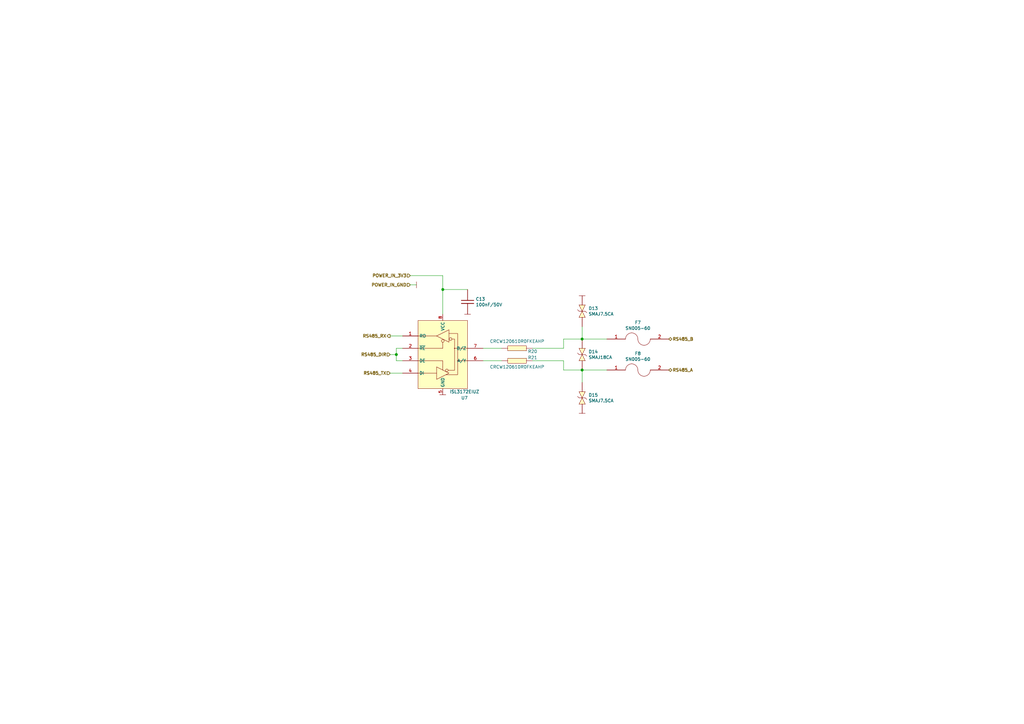
<source format=kicad_sch>
(kicad_sch (version 20210406) (generator eeschema)
  (paper "A3")
  (title_block (title "RS485 Module") (date "2021-04-12") (rev "V1.0") (company "Embedded System Labs"))
  (lib_symbols
    (symbol "Capacitors_Smd0603:100n" (pin_numbers hide) (pin_names (offset 0.254))
      (property "Reference" "C" (at 1.27 2.54 0))
      (property "Value" "100n" (at 1.27 -2.54 0))
      (symbol "100n_0_1"
        (polyline (pts (xy 2.54 -0.635) (xy -2.54 -0.635) (xy -2.54 -0.635)) (stroke (width 0.3048)))
        (polyline (pts (xy 2.54 0.635) (xy -2.54 0.635) (xy -2.54 0.635)) (stroke (width 0.3048)))
      )
      (symbol "100n_1_1"
        (pin passive line (at 0 5.08 270) (length 4.4704) (name "~") (number "1"))
        (pin passive line (at 0 -5.08 90) (length 4.4704) (name "~") (number "2"))
      )
    )
    (symbol "Communication_Interfaces:ISL3172EIUZ"
      (property "Reference" "U" (at 8.89 -17.78 0))
      (property "Value" "ISL3172EIUZ" (at 7.62 -15.24 0))
      (symbol "ISL3172EIUZ_0_0"
        (polyline (pts (xy -10.16 7.62) (xy -8.89 7.62)))
        (polyline (pts (xy -8.89 -7.62) (xy -10.16 -7.62)))
        (polyline (pts (xy -8.89 -2.54) (xy -10.16 -2.54)))
        (polyline (pts (xy -8.89 2.54) (xy -10.16 2.54)))
        (polyline (pts (xy 10.16 -2.54) (xy 8.89 -2.54)))
        (polyline (pts (xy 10.16 2.54) (xy 8.89 2.54)))
      )
      (symbol "ISL3172EIUZ_0_1"
        (polyline (pts (xy -7.62 -7.62) (xy -2.54 -7.62)))
        (polyline (pts (xy 0 -5.08) (xy 0 -6.35)))
        (polyline (pts (xy -8.89 2.54) (xy 0 2.54) (xy 0 4.953)))
        (polyline (pts (xy 6.096 -2.54) (xy 6.096 -8.255) (xy 1.397 -8.255)))
        (polyline (pts (xy 6.096 -2.54) (xy 6.096 8.636) (xy 2.54 8.636)))
        (polyline (pts (xy 3.81 6.35) (xy 4.826 6.35) (xy 4.826 2.54) (xy 4.826 -6.477) (xy 2.413 -6.477)))
      )
      (symbol "ISL3172EIUZ_1_1"
        (circle (center 0 5.588) (radius 0.5588))
        (circle (center 1.651 -6.477) (radius 0.5334))
        (circle (center 3.175 6.35) (radius 0.5588))
        (circle (center 4.826 2.54) (radius 0.127))
        (circle (center 6.096 -2.54) (radius 0.127))
        (rectangle (start -10.16 13.97) (end 10.16 -13.97) (fill (type background)))
        (polyline (pts (xy -7.62 -7.62) (xy -8.89 -7.62)))
        (polyline (pts (xy -7.62 -2.54) (xy -8.89 -2.54)))
        (polyline (pts (xy -2.54 7.62) (xy -8.89 7.62)))
        (polyline (pts (xy 2.413 -6.477) (xy 2.286 -6.477)))
        (polyline (pts (xy 8.89 -2.54) (xy 6.096 -2.54)))
        (polyline (pts (xy 8.89 2.54) (xy 4.699 2.54)))
        (polyline (pts (xy -7.62 -2.54) (xy 0 -2.54) (xy 0 -5.08)))
        (polyline (pts (xy -2.54 -5.08) (xy -2.54 -10.16) (xy 2.54 -7.62) (xy -2.54 -5.08)))
        (polyline (pts (xy 2.54 10.16) (xy 2.54 5.08) (xy -2.54 7.62) (xy 2.54 10.16)))
        (pin output line (at -16.51 7.62 0) (length 6.35) (name "RO") (number "1"))
        (pin input line (at -16.51 2.54 0) (length 6.35) (name "~RE") (number "2"))
        (pin input line (at -16.51 -2.54 0) (length 6.35) (name "DE") (number "3"))
        (pin input line (at -16.51 -7.62 0) (length 6.35) (name "DI") (number "4"))
        (pin power_in line (at 0 -16.51 90) (length 2.54) (name "GND") (number "5"))
        (pin bidirectional line (at 16.51 -2.54 180) (length 6.35) (name "A/Y") (number "6"))
        (pin bidirectional line (at 16.51 2.54 180) (length 6.35) (name "B/Z") (number "7"))
        (pin power_in line (at 0 16.51 270) (length 2.54) (name "VCC") (number "8"))
      )
    )
    (symbol "Diodes:SMAJ18CA" (pin_numbers hide) (pin_names (offset 1.016) hide)
      (property "Reference" "D" (at 0 6.35 0))
      (property "Value" "SMAJ18CA" (at 0 3.81 0))
      (symbol "SMAJ18CA_0_1"
        (polyline (pts (xy -2.54 1.27) (xy -2.54 -1.27)))
        (polyline (pts (xy 0 -1.27) (xy -0.635 -1.905)))
        (polyline (pts (xy 0 1.27) (xy 0 -1.27)) (stroke (width 0.1524)))
        (polyline (pts (xy 0 1.27) (xy 0.635 1.905)))
        (polyline (pts (xy 2.54 1.27) (xy 2.54 -1.27)))
        (polyline (pts (xy -2.54 1.27) (xy 0 0) (xy -2.54 -1.27)) (fill (type background)))
        (polyline (pts (xy 2.54 1.27) (xy 0 0) (xy 2.54 -1.27)) (fill (type background)))
      )
      (symbol "SMAJ18CA_1_1"
        (pin passive line (at -6.35 0 0) (length 3.81) (name "A") (number "1"))
        (pin passive line (at 6.35 0 180) (length 3.81) (name "K") (number "2"))
      )
    )
    (symbol "Diodes:SMAJ7.5CA" (pin_numbers hide) (pin_names (offset 1.016) hide)
      (property "Reference" "D" (at 0 6.35 0))
      (property "Value" "SMAJ7.5CA" (at 0 3.81 0))
      (symbol "SMAJ7.5CA_0_1"
        (polyline (pts (xy -2.54 1.27) (xy -2.54 -1.27)))
        (polyline (pts (xy 0 -1.27) (xy -0.635 -1.905)))
        (polyline (pts (xy 0 1.27) (xy 0 -1.27)) (stroke (width 0.1524)))
        (polyline (pts (xy 0 1.27) (xy 0.635 1.905)))
        (polyline (pts (xy 2.54 1.27) (xy 2.54 -1.27)))
        (polyline (pts (xy -2.54 1.27) (xy 0 0) (xy -2.54 -1.27)) (fill (type background)))
        (polyline (pts (xy 2.54 1.27) (xy 0 0) (xy 2.54 -1.27)) (fill (type background)))
      )
      (symbol "SMAJ7.5CA_1_1"
        (pin passive line (at -6.35 0 0) (length 3.81) (name "A") (number "1"))
        (pin passive line (at 6.35 0 180) (length 3.81) (name "K") (number "2"))
      )
    )
    (symbol "Ptc_Smd_Fuses:SN005-60" (pin_names (offset 1.016))
      (property "Reference" "F" (at 0 6.35 0))
      (property "Value" "SN005-60" (at 1.27 3.81 0))
      (symbol "SN005-60_0_1"
        (arc (start -2.54 2.54) (end 0 0) (radius (at -2.5654 0) (length 2.54) (angles 89.4 0)))
        (arc (start -5.08 0) (end -2.54 2.54) (radius (at -2.54 -0.0254) (length 2.54) (angles 179.4 90)))
        (arc (start 5.08 0) (end 2.54 -2.54) (radius (at 2.5146 0) (length 2.54) (angles 89.4 0)))
        (arc (start 2.54 -2.54) (end 0 0) (radius (at 2.54 0.0254) (length 2.54) (angles 179.4 90)))
      )
      (symbol "SN005-60_1_1"
        (pin input line (at -12.7 0 0) (length 7.62) (name "~") (number "1"))
        (pin input line (at 12.7 0 180) (length 7.62) (name "~") (number "2"))
      )
    )
    (symbol "Resistors_Smd1206:CRCW120610R0FKEAHP" (pin_numbers hide) (pin_names (offset 1.016) hide)
      (property "Reference" "R" (at 2.54 0 90))
      (property "Value" "CRCW120610R0FKEAHP" (at -2.54 0 90))
      (symbol "CRCW120610R0FKEAHP_1_1"
        (rectangle (start -1.016 3.81) (end 1.016 -3.81) (fill (type background)))
        (pin passive line (at 0 6.35 270) (length 2.54) (name "~") (number "1"))
        (pin passive line (at 0 -6.35 90) (length 2.54) (name "~") (number "2"))
      )
    )
    (symbol "power:GND" (power) (pin_names (offset 0))
      (symbol "GND_0_1"
        (polyline (pts (xy -1.27 0) (xy 1.27 0)))
      )
      (symbol "GND_1_1"
        (pin power_in line (at 0 0 180) (length 0) hide (name "GND") (number "1"))
      )
    )
  )
  (junction (at 162.56 145.415) (diameter 1.016))
  (junction (at 181.61 118.745) (diameter 1.016))
  (junction (at 238.76 139.065) (diameter 1.016))
  (junction (at 238.76 151.765) (diameter 1.016))
  (wire (pts (xy 160.02 145.415) (xy 162.56 145.415)))
  (wire (pts (xy 160.02 153.035) (xy 165.1 153.035)))
  (wire (pts (xy 162.56 142.875) (xy 162.56 145.415)))
  (wire (pts (xy 162.56 145.415) (xy 162.56 147.955)))
  (wire (pts (xy 162.56 147.955) (xy 165.1 147.955)))
  (wire (pts (xy 165.1 137.795) (xy 160.02 137.795)))
  (wire (pts (xy 165.1 142.875) (xy 162.56 142.875)))
  (wire (pts (xy 168.275 113.03) (xy 181.61 113.03)))
  (wire (pts (xy 168.275 116.84) (xy 170.815 116.84)))
  (wire (pts (xy 181.61 113.03) (xy 181.61 118.745)))
  (wire (pts (xy 181.61 118.745) (xy 181.61 128.905)))
  (wire (pts (xy 191.77 118.745) (xy 181.61 118.745)))
  (wire (pts (xy 198.12 142.875) (xy 205.74 142.875)))
  (wire (pts (xy 198.12 147.955) (xy 205.74 147.955)))
  (wire (pts (xy 218.44 142.875) (xy 231.14 142.875)))
  (wire (pts (xy 218.44 147.955) (xy 231.14 147.955)))
  (wire (pts (xy 231.14 139.065) (xy 231.14 142.875)))
  (wire (pts (xy 231.14 139.065) (xy 238.76 139.065)))
  (wire (pts (xy 231.14 151.765) (xy 231.14 147.955)))
  (wire (pts (xy 231.14 151.765) (xy 238.76 151.765)))
  (wire (pts (xy 238.76 133.985) (xy 238.76 139.065)))
  (wire (pts (xy 238.76 156.845) (xy 238.76 151.765)))
  (wire (pts (xy 248.92 139.065) (xy 238.76 139.065)))
  (wire (pts (xy 248.92 151.765) (xy 238.76 151.765)))
  (hierarchical_label "RS485_RX" (shape output) (at 160.02 137.795 180) (effects (font (thickness 0.254) bold)))
  (hierarchical_label "RS485_DIR" (shape input) (at 160.02 145.415 180) (effects (font (thickness 0.254) bold)))
  (hierarchical_label "RS485_TX" (shape input) (at 160.02 153.035 180) (effects (font (thickness 0.254) bold)))
  (hierarchical_label "POWER_IN_3V3" (shape input) (at 168.275 113.03 180) (effects (font (thickness 0.254) bold)))
  (hierarchical_label "POWER_IN_GND" (shape input) (at 168.275 116.84 180) (effects (font (thickness 0.254) bold)))
  (hierarchical_label "RS485_B" (shape bidirectional) (at 274.32 139.065 0) (effects (font (thickness 0.254) bold)))
  (hierarchical_label "RS485_A" (shape bidirectional) (at 274.32 151.765 0) (effects (font (thickness 0.254) bold)))
  (symbol (lib_id "power:GND") (at 170.815 116.84 90) (unit 1)
    (property "Reference" "#PWR0182" (effects hide))
    (property "Value" "GND" (effects hide))
  )
  (symbol (lib_id "power:GND") (at 181.61 161.925 0) (unit 1)
    (property "Reference" "#PWR0181" (effects hide))
    (property "Value" "GND" (effects hide))
  )
  (symbol (lib_id "power:GND") (at 191.77 128.905 0) (unit 1)
    (property "Reference" "#PWR0180" (effects hide))
    (property "Value" "GND" (effects hide))
  )
  (symbol (lib_id "power:GND") (at 238.76 121.285 0) (unit 1)
    (property "Reference" "#PWR0183" (effects hide))
    (property "Value" "GND" (effects hide))
  )
  (symbol (lib_id "power:GND") (at 238.76 169.545 0) (unit 1)
    (property "Reference" "#PWR0184" (effects hide))
    (property "Value" "GND" (effects hide))
  )
  (symbol (lib_id "Resistors_Smd1206:CRCW120610R0FKEAHP") (at 212.09 142.875 270) (unit 1)
    (property "Reference" "R20" (at 218.44 144.145 90))
    (property "Value" "CRCW120610R0FKEAHP" (at 212.09 139.9794 90))
    (property "Footprint" "Resistor_Smd_1206:CRCW120610R0FKEAHP" (effects hide))
    (property "Datasheet" "Resistors/Smd_1206/Components_Documentation/crcwhpe3.pdf" (effects hide))
    (property "Manufacturer" "Vishay / Dale" (effects hide))
    (property "Manufacturer Part Number" "CRCW120610R0FKEAHP" (effects hide))
    (property "Supplier" "Mouser" (effects hide))
    (property "Supplier Part Number" "71-CRCW120610R0FKEAH" (effects hide))
    (property "URL" "https://pl.mouser.com/ProductDetail/Vishay-Draloric/CRCW120610R0FKEAHP?qs=1Y%252Bwz%2FmXx1XNUDs9l9z2Pg%3D%3D" (effects hide))
    (property "Price@1pc" "1,47" (effects hide))
    (property "Price@1000pcs" "0,475" (effects hide))
    (property "Developer" "WP" (effects hide))
    (property "Variant" "+basic,+full,+minipcie" (effects hide))
    (property "Package" "1206" (effects hide))
  )
  (symbol (lib_id "Resistors_Smd1206:CRCW120610R0FKEAHP") (at 212.09 147.955 270) (unit 1)
    (property "Reference" "R21" (at 218.44 146.685 90))
    (property "Value" "CRCW120610R0FKEAHP" (at 212.09 150.495 90))
    (property "Footprint" "Resistor_Smd_1206:CRCW120610R0FKEAHP" (effects hide))
    (property "Datasheet" "Resistors/Smd_1206/Components_Documentation/crcwhpe3.pdf" (effects hide))
    (property "Manufacturer" "Vishay / Dale" (effects hide))
    (property "Manufacturer Part Number" "CRCW120610R0FKEAHP" (effects hide))
    (property "Supplier" "Mouser" (effects hide))
    (property "Supplier Part Number" "71-CRCW120610R0FKEAH" (effects hide))
    (property "URL" "https://pl.mouser.com/ProductDetail/Vishay-Draloric/CRCW120610R0FKEAHP?qs=1Y%252Bwz%2FmXx1XNUDs9l9z2Pg%3D%3D" (effects hide))
    (property "Price@1pc" "1,47" (effects hide))
    (property "Price@1000pcs" "0,475" (effects hide))
    (property "Developer" "WP" (effects hide))
    (property "Variant" "+basic,+full,+minipcie" (effects hide))
    (property "Package" "1206" (effects hide))
  )
  (symbol (lib_id "Diodes:SMAJ7.5CA") (at 238.76 127.635 270) (unit 1)
    (property "Reference" "D13" (at 241.3762 126.4666 90) (effects (justify left)))
    (property "Value" "SMAJ7.5CA" (at 241.3762 128.778 90) (effects (justify left)))
    (property "Footprint" "Diodes:SMAJ7.5CA_SMD_DO214AC" (effects hide))
    (property "Datasheet" "Diodes/Components_Documentation/Littelfuse_TVS-Diode_SMAJ.pdf" (effects hide))
    (property "Manufacturer" "Littelfuse" (effects hide))
    (property "Manufacturer Part Number" "SMAJ7.5CA" (effects hide))
    (property "Supplier" "Mouser" (effects hide))
    (property "Supplier Part Number" "576-SMAJ7.5CA" (effects hide))
    (property "URL" "https://pl.mouser.com/ProductDetail/Littelfuse/SMAJ75CA?qs=JJML70Qc14uqGQGE3bPdBw%3D%3D" (effects hide))
    (property "Price@1pc" "1,70" (effects hide))
    (property "Price@1000pcs" "0,59" (effects hide))
    (property "Variant" "+basic,+full,+minipcie" (effects hide))
    (property "Package" "DO-214AC" (effects hide))
  )
  (symbol (lib_id "Diodes:SMAJ18CA") (at 238.76 145.415 270) (unit 1)
    (property "Reference" "D14" (at 241.3762 144.2466 90) (effects (justify left)))
    (property "Value" "SMAJ18CA" (at 241.3762 146.558 90) (effects (justify left)))
    (property "Footprint" "Diodes:SMAJ18CA_SMD_DO214AC" (effects hide))
    (property "Datasheet" "Diodes/Components_Documentation/Littelfuse_TVS-Diode_SMAJ.pdf" (effects hide))
    (property "Manufacturer" "Littelfuse" (effects hide))
    (property "Manufacturer Part Number" "SMAJ18CA" (effects hide))
    (property "Supplier" "Mouser" (effects hide))
    (property "Supplier Part Number" "576-SMAJ18CA" (effects hide))
    (property "URL" "https://pl.mouser.com/ProductDetail/Littelfuse/SMAJ18CA?qs=2VFNtWizgidyVRPSWGEQ0w%3D%3D" (effects hide))
    (property "Price@1pc" "1,59" (effects hide))
    (property "Price@1000pcs" "0,43" (effects hide))
    (property "Variant" "+basic,+full,+minipcie" (effects hide))
    (property "Package" "DO-214AC" (effects hide))
  )
  (symbol (lib_id "Diodes:SMAJ7.5CA") (at 238.76 163.195 270) (unit 1)
    (property "Reference" "D15" (at 241.3762 162.0266 90) (effects (justify left)))
    (property "Value" "SMAJ7.5CA" (at 241.3762 164.338 90) (effects (justify left)))
    (property "Footprint" "Diodes:SMAJ7.5CA_SMD_DO214AC" (effects hide))
    (property "Datasheet" "Diodes/Components_Documentation/Littelfuse_TVS-Diode_SMAJ.pdf" (effects hide))
    (property "Manufacturer" "Littelfuse" (effects hide))
    (property "Manufacturer Part Number" "SMAJ7.5CA" (effects hide))
    (property "Supplier" "Mouser" (effects hide))
    (property "Supplier Part Number" "576-SMAJ7.5CA" (effects hide))
    (property "URL" "https://pl.mouser.com/ProductDetail/Littelfuse/SMAJ75CA?qs=JJML70Qc14uqGQGE3bPdBw%3D%3D" (effects hide))
    (property "Price@1pc" "1,70" (effects hide))
    (property "Price@1000pcs" "0,59" (effects hide))
    (property "Variant" "+basic,+full,+minipcie" (effects hide))
    (property "Package" "DO-214AC" (effects hide))
  )
  (symbol (lib_id "Capacitors_Smd0603:100n") (at 191.77 123.825 0) (unit 1)
    (property "Reference" "C13" (at 195.0974 122.6566 0) (effects (justify left)))
    (property "Value" "100nF/50V" (at 195.0974 124.968 0) (effects (justify left)))
    (property "Footprint" "Capacitors_Smd_0603:100nF_0603" (effects hide))
    (property "Datasheet" "Capacitors/Smd_0603/Components_Documentation/KEM_C1005_Y5V_SMD.pdf" (effects hide))
    (property "Manufacturer" "SAMSUNG" (effects hide))
    (property "Manufacturer Part Number" "CL10B104JB8NNNC" (effects hide))
    (property "Supplier" "TME" (effects hide))
    (property "Supplier Part Number" "CL10B104JB8NNNC" (effects hide))
    (property "URL" "https://www.tme.eu/pl/details/cl10b104jb8nnnc/kondensatory-mlcc-smd-0603/samsung/" (effects hide))
    (property "Price@1pc" "0,04540" (effects hide))
    (property "Price@1000pcs" "0,02231" (effects hide))
    (property "Package" "0603" (effects hide))
  )
  (symbol (lib_id "Ptc_Smd_Fuses:SN005-60") (at 261.62 139.065 0) (unit 1)
    (property "Reference" "F7" (at 261.62 132.3086 0))
    (property "Value" "SN005-60" (at 261.62 134.62 0))
    (property "Footprint" "Smd_Ptc_Fuses:SN005-60" (effects hide))
    (property "Datasheet" "Fuses/Smd_Ptc_Fuses/Components_Documentation/K1008595450.pdf" (effects hide))
    (property "Manufacturer" "ECE" (effects hide))
    (property "Manufacturer Part Number" "SN005-60" (effects hide))
    (property "Supplier" "TME" (effects hide))
    (property "Supplier Part Number" "SN005-60" (effects hide))
    (property "URL" "https://www.tme.eu/pl/details/sn005-60/bezpieczniki-polimerowe-smd/ece/" (effects hide))
    (property "Price@1pc" "0,3509" (effects hide))
    (property "Price@1000pcs" "0,2470" (effects hide))
    (property "Developer" "WP" (effects hide))
    (property "Variant" "+basic,+full,+minipcie" (effects hide))
    (property "Package" "1206" (effects hide))
  )
  (symbol (lib_id "Ptc_Smd_Fuses:SN005-60") (at 261.62 151.765 0) (unit 1)
    (property "Reference" "F8" (at 261.62 145.0086 0))
    (property "Value" "SN005-60" (at 261.62 147.32 0))
    (property "Footprint" "Smd_Ptc_Fuses:SN005-60" (effects hide))
    (property "Datasheet" "Fuses/Smd_Ptc_Fuses/Components_Documentation/K1008595450.pdf" (effects hide))
    (property "Manufacturer" "ECE" (effects hide))
    (property "Manufacturer Part Number" "SN005-60" (effects hide))
    (property "Supplier" "TME" (effects hide))
    (property "Supplier Part Number" "SN005-60" (effects hide))
    (property "URL" "https://www.tme.eu/pl/details/sn005-60/bezpieczniki-polimerowe-smd/ece/" (effects hide))
    (property "Price@1pc" "0,3509" (effects hide))
    (property "Price@1000pcs" "0,2470" (effects hide))
    (property "Developer" "WP" (effects hide))
    (property "Variant" "+basic,+full,+minipcie" (effects hide))
    (property "Package" "1206" (effects hide))
  )
  (symbol (lib_id "Communication_Interfaces:ISL3172EIUZ") (at 181.61 145.415 0) (unit 1)
    (property "Reference" "U7" (at 190.5 163.195 0))
    (property "Value" "ISL3172EIUZ" (at 190.5 160.655 0))
    (property "Footprint" "Communication_Interfaces:ISL3172EIUZ" (effects hide))
    (property "Datasheet" "Communication_Interfaces/Components_Documentation/ISL3172EIUZ.pdf" (effects hide))
    (property "Manufacturer" "Renesas / Intersil" (effects hide))
    (property "Manufacturer Part Number" "ISL3172EIUZ" (effects hide))
    (property "Supplier" "Mouser" (effects hide))
    (property "Supplier Part Number" "968-ISL3172EIUZ" (effects hide))
    (property "URL" "https://pl.mouser.com/ProductDetail/Renesas-Intersil/ISL3172EIUZ?qs=9fLuogzTs8KWIu%2FFsIeyqQ%3D%3D" (effects hide))
    (property "Price@1pc" "6,57" (effects hide))
    (property "Price@1000pcs" "3,23" (effects hide))
    (property "Developer" "WP" (effects hide))
    (property "Variant" "+basic,+full,+minipcie" (effects hide))
    (property "Package" "MSOP-8" (effects hide))
  )
)
</source>
